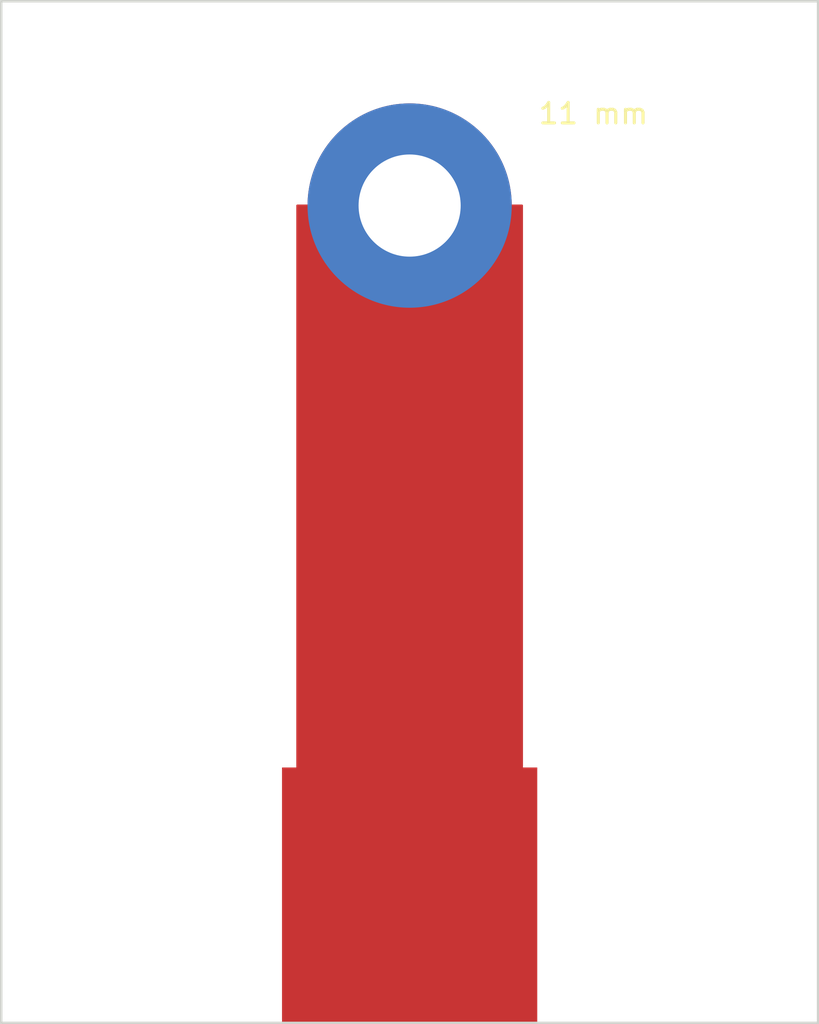
<source format=kicad_pcb>
(kicad_pcb (version 20171130) (host pcbnew "(5.1.5)-3")

  (general
    (thickness 1.6)
    (drawings 5)
    (tracks 0)
    (zones 0)
    (modules 1)
    (nets 1)
  )

  (page A4)
  (title_block
    (title "11 mm Test Board")
    (rev 1.0)
    (company "Würth Elektronik")
    (comment 4 "Dakota Woertink")
  )

  (layers
    (0 F.Cu signal)
    (31 B.Cu signal)
    (32 B.Adhes user)
    (33 F.Adhes user)
    (34 B.Paste user)
    (35 F.Paste user)
    (36 B.SilkS user)
    (37 F.SilkS user)
    (38 B.Mask user)
    (39 F.Mask user)
    (40 Dwgs.User user)
    (41 Cmts.User user)
    (42 Eco1.User user)
    (43 Eco2.User user)
    (44 Edge.Cuts user)
    (45 Margin user)
    (46 B.CrtYd user)
    (47 F.CrtYd user)
    (48 B.Fab user)
    (49 F.Fab user)
  )

  (setup
    (last_trace_width 0.25)
    (trace_clearance 0.2)
    (zone_clearance 0.508)
    (zone_45_only no)
    (trace_min 0.2)
    (via_size 0.8)
    (via_drill 0.4)
    (via_min_size 0.4)
    (via_min_drill 0.3)
    (uvia_size 0.3)
    (uvia_drill 0.1)
    (uvias_allowed no)
    (uvia_min_size 0.2)
    (uvia_min_drill 0.1)
    (edge_width 0.05)
    (segment_width 0.2)
    (pcb_text_width 0.3)
    (pcb_text_size 1.5 1.5)
    (mod_edge_width 0.12)
    (mod_text_size 1 1)
    (mod_text_width 0.15)
    (pad_size 12.5 12.5)
    (pad_drill 0)
    (pad_to_mask_clearance 0.051)
    (solder_mask_min_width 0.25)
    (aux_axis_origin 0 0)
    (visible_elements 7FFFFFFF)
    (pcbplotparams
      (layerselection 0x010fc_ffffffff)
      (usegerberextensions false)
      (usegerberattributes false)
      (usegerberadvancedattributes false)
      (creategerberjobfile false)
      (excludeedgelayer true)
      (linewidth 0.100000)
      (plotframeref false)
      (viasonmask false)
      (mode 1)
      (useauxorigin false)
      (hpglpennumber 1)
      (hpglpenspeed 20)
      (hpglpendiameter 15.000000)
      (psnegative false)
      (psa4output false)
      (plotreference true)
      (plotvalue true)
      (plotinvisibletext false)
      (padsonsilk false)
      (subtractmaskfromsilk false)
      (outputformat 1)
      (mirror false)
      (drillshape 1)
      (scaleselection 1)
      (outputdirectory ""))
  )

  (net 0 "")

  (net_class Default "This is the default net class."
    (clearance 0.2)
    (trace_width 0.25)
    (via_dia 0.8)
    (via_drill 0.4)
    (uvia_dia 0.3)
    (uvia_drill 0.1)
  )

  (module 11_mm:11_mm (layer F.Cu) (tedit 664D0B9B) (tstamp 66480CA6)
    (at 129 87)
    (fp_text reference "11 mm" (at 9 -4.5) (layer F.SilkS)
      (effects (font (size 1 1) (thickness 0.15)))
    )
    (fp_text value 11_mm (at -9 -5) (layer F.Fab)
      (effects (font (size 1 1) (thickness 0.15)))
    )
    (pad 2 smd rect (at 0 33.75) (size 12.5 12.5) (layers F.Cu F.Paste F.Mask))
    (pad 1 thru_hole circle (at 0 0) (size 10 10) (drill 5) (layers *.Cu *.Mask))
  )

  (gr_poly (pts (xy 134.5 115) (xy 123.5 115) (xy 123.5 87) (xy 134.5 87)) (layer F.Cu) (width 0.1))
  (gr_line (start 109 127) (end 149 127) (layer Edge.Cuts) (width 0.12) (tstamp 664D0862))
  (gr_line (start 109 77) (end 109 127) (layer Edge.Cuts) (width 0.12))
  (gr_line (start 149 77) (end 149 127) (layer Edge.Cuts) (width 0.12))
  (gr_line (start 109 77) (end 149 77) (layer Edge.Cuts) (width 0.12))

)

</source>
